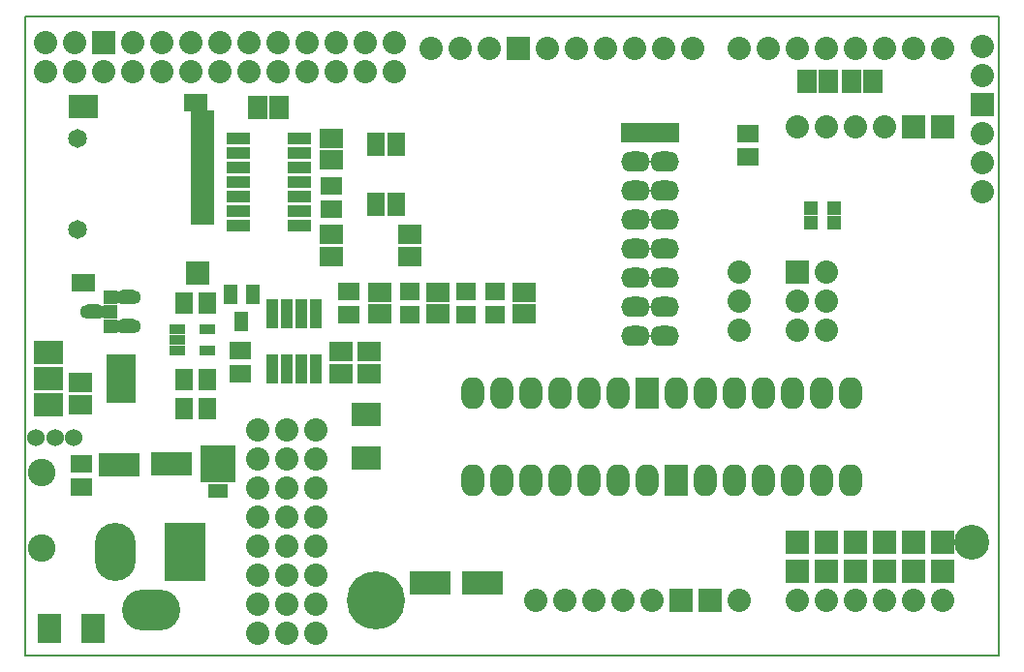
<source format=gts>
G04 #@! TF.FileFunction,Soldermask,Top*
%FSLAX46Y46*%
G04 Gerber Fmt 4.6, Leading zero omitted, Abs format (unit mm)*
G04 Created by KiCad (PCBNEW (2015-07-01 BZR 5850)-product) date Mon Jul 27 17:51:59 2015*
%MOMM*%
G01*
G04 APERTURE LIST*
%ADD10C,0.150000*%
%ADD11C,0.127000*%
%ADD12C,1.524000*%
%ADD13R,1.930400X1.574800*%
%ADD14R,1.574800X1.930400*%
%ADD15R,1.778000X1.524000*%
%ADD16R,1.270000X1.270000*%
%ADD17R,3.048000X3.175000*%
%ADD18R,1.778000X1.270000*%
%ADD19R,2.032000X2.540000*%
%ADD20R,2.540000X2.032000*%
%ADD21O,2.032000X2.794000*%
%ADD22R,2.032000X2.794000*%
%ADD23C,2.032000*%
%ADD24R,2.032000X2.032000*%
%ADD25R,2.540000X1.778000*%
%ADD26O,2.540000X1.778000*%
%ADD27O,3.556000X5.080000*%
%ADD28R,3.556000X5.080000*%
%ADD29O,5.080000X3.556000*%
%ADD30C,2.413000*%
%ADD31O,2.286000X1.270000*%
%ADD32R,1.308100X1.706880*%
%ADD33R,2.006600X1.808480*%
%ADD34R,1.808480X2.006600*%
%ADD35R,2.032000X1.270000*%
%ADD36R,2.032000X1.524000*%
%ADD37C,1.651000*%
%ADD38C,5.080000*%
%ADD39C,3.048000*%
%ADD40R,1.508760X2.009140*%
%ADD41R,1.371600X0.853440*%
%ADD42R,2.057400X1.008380*%
%ADD43R,2.540000X4.318000*%
%ADD44R,1.117600X2.540000*%
%ADD45R,3.556000X2.133600*%
G04 APERTURE END LIST*
D10*
D11*
X110490000Y-81280000D02*
X110490000Y-25400000D01*
X25400000Y-25400000D02*
X110490000Y-25400000D01*
X110490000Y-81280000D02*
X25400000Y-81280000D01*
X25400000Y-81280000D02*
X25400000Y-25400000D01*
D12*
X28003500Y-62230000D03*
X29654500Y-62230000D03*
X26352500Y-62242700D03*
D13*
X53721000Y-49466500D03*
X53721000Y-51498500D03*
D14*
X39306500Y-57213500D03*
X41338500Y-57213500D03*
X39306500Y-59753500D03*
X41338500Y-59753500D03*
X41338500Y-50482500D03*
X39306500Y-50482500D03*
D13*
X88582500Y-35687000D03*
X88582500Y-37719000D03*
X52197000Y-42291000D03*
X52197000Y-40259000D03*
X30289500Y-66611500D03*
X30289500Y-64579500D03*
X44196000Y-54673500D03*
X44196000Y-56705500D03*
D15*
X63944500Y-51498500D03*
X63944500Y-49466500D03*
X66484500Y-51498500D03*
X66484500Y-49466500D03*
D16*
X96075500Y-43434000D03*
X96075500Y-42227500D03*
X94043500Y-43434000D03*
X94043500Y-42227500D03*
D17*
X42291000Y-64579500D03*
D18*
X42291000Y-66929000D03*
D15*
X58991500Y-49466500D03*
X58991500Y-51498500D03*
D19*
X31305500Y-78930500D03*
X27495500Y-78930500D03*
D20*
X55181500Y-60261500D03*
X55181500Y-64071500D03*
D21*
X94996000Y-58356500D03*
X92456000Y-58356500D03*
X89916000Y-58356500D03*
X87376000Y-58356500D03*
X84836000Y-58356500D03*
X82296000Y-58356500D03*
D22*
X79756000Y-58356500D03*
D21*
X77216000Y-58356500D03*
X74676000Y-58356500D03*
X72136000Y-58356500D03*
X69596000Y-58356500D03*
X67056000Y-58356500D03*
X64516000Y-58356500D03*
X97536000Y-58356500D03*
X64516000Y-65976500D03*
X67056000Y-65976500D03*
X69596000Y-65976500D03*
X72136000Y-65976500D03*
X74676000Y-65976500D03*
X77216000Y-65976500D03*
X79756000Y-65976500D03*
D22*
X82296000Y-65976500D03*
D21*
X84836000Y-65976500D03*
X87376000Y-65976500D03*
X89916000Y-65976500D03*
X92456000Y-65976500D03*
X94996000Y-65976500D03*
X97536000Y-65976500D03*
D23*
X27178000Y-30226000D03*
X27178000Y-27686000D03*
X29718000Y-30226000D03*
X29718000Y-27686000D03*
X32258000Y-30226000D03*
D24*
X32258000Y-27686000D03*
D23*
X34798000Y-30226000D03*
X34798000Y-27686000D03*
X37338000Y-30226000D03*
X37338000Y-27686000D03*
X39878000Y-30226000D03*
X39878000Y-27686000D03*
X42418000Y-30226000D03*
X42418000Y-27686000D03*
X44958000Y-30226000D03*
X44958000Y-27686000D03*
X47498000Y-30226000D03*
X47498000Y-27686000D03*
X50038000Y-30226000D03*
X50038000Y-27686000D03*
X52578000Y-30226000D03*
X52578000Y-27686000D03*
X55118000Y-30226000D03*
X55118000Y-27686000D03*
X57658000Y-30226000D03*
X57658000Y-27686000D03*
D25*
X78740000Y-35560000D03*
D26*
X78740000Y-38100000D03*
X78740000Y-40640000D03*
X78740000Y-43180000D03*
X78740000Y-45720000D03*
X78740000Y-48260000D03*
X78740000Y-50800000D03*
X78740000Y-53340000D03*
D25*
X81280000Y-35560000D03*
D26*
X81280000Y-38100000D03*
X81280000Y-40640000D03*
X81280000Y-43180000D03*
X81280000Y-45720000D03*
X81280000Y-48260000D03*
X81280000Y-50800000D03*
X81280000Y-53340000D03*
D23*
X50800000Y-79375000D03*
X50800000Y-76835000D03*
X50800000Y-74295000D03*
X50800000Y-71755000D03*
X50800000Y-69215000D03*
X50800000Y-66675000D03*
X50800000Y-64135000D03*
X50800000Y-61595000D03*
X48260000Y-79375000D03*
X48260000Y-76835000D03*
X48260000Y-74295000D03*
X48260000Y-71755000D03*
X48260000Y-69215000D03*
X48260000Y-66675000D03*
X48260000Y-64135000D03*
X48260000Y-61595000D03*
X45720000Y-79375000D03*
X45720000Y-76835000D03*
X45720000Y-74295000D03*
X45720000Y-71755000D03*
X45720000Y-69215000D03*
X45720000Y-66675000D03*
X45720000Y-64135000D03*
X45720000Y-61595000D03*
X109093000Y-28067000D03*
X109093000Y-30607000D03*
D24*
X109093000Y-33147000D03*
D23*
X109093000Y-35687000D03*
X109093000Y-38227000D03*
X109093000Y-40767000D03*
D24*
X105600500Y-35052000D03*
X103060500Y-35052000D03*
D23*
X100520500Y-35052000D03*
X97980500Y-35052000D03*
X95440500Y-35052000D03*
X92900500Y-35052000D03*
X95440500Y-52832000D03*
X92900500Y-52832000D03*
X95440500Y-50292000D03*
X92900500Y-50292000D03*
X95440500Y-47752000D03*
D24*
X92900500Y-47752000D03*
D27*
X33274000Y-72263000D03*
D28*
X39370000Y-72263000D03*
D29*
X36449000Y-77343000D03*
D30*
X26860500Y-71882000D03*
X26860500Y-65278000D03*
D23*
X87820500Y-47752000D03*
X87820500Y-50292000D03*
X87820500Y-52832000D03*
D24*
X105600500Y-73977500D03*
X103060500Y-73977500D03*
X100520500Y-73977500D03*
X97980500Y-73977500D03*
X95440500Y-73977500D03*
X92900500Y-73977500D03*
X105600500Y-71437500D03*
X103060500Y-71437500D03*
X100520500Y-71437500D03*
X97980500Y-71437500D03*
X95440500Y-71437500D03*
X92900500Y-71437500D03*
D31*
X34417000Y-49974500D03*
X34417000Y-52514500D03*
X31369000Y-51244500D03*
D16*
X32893000Y-52514500D03*
X32893000Y-51244500D03*
X32893000Y-49974500D03*
D32*
X45275500Y-49720500D03*
X44323000Y-52133500D03*
X43370500Y-49720500D03*
D33*
X52197000Y-46418500D03*
X52197000Y-44513500D03*
X52197000Y-37973000D03*
X52197000Y-36068000D03*
X61468000Y-49530000D03*
X61468000Y-51435000D03*
D34*
X47625000Y-33401000D03*
X45720000Y-33401000D03*
D33*
X58991500Y-46418500D03*
X58991500Y-44513500D03*
X69024500Y-49530000D03*
X69024500Y-51435000D03*
X53022500Y-54737000D03*
X53022500Y-56642000D03*
X55499000Y-56642000D03*
X55499000Y-54737000D03*
X56388000Y-49530000D03*
X56388000Y-51435000D03*
X30226000Y-59372500D03*
X30226000Y-57467500D03*
D34*
X93726000Y-31115000D03*
X95631000Y-31115000D03*
X97599500Y-31115000D03*
X99504500Y-31115000D03*
D35*
X40894000Y-38671500D03*
X40894000Y-37571680D03*
X40894000Y-36471860D03*
X40894000Y-35372040D03*
X40894000Y-34272220D03*
X40894000Y-39771320D03*
X40894000Y-40871140D03*
X40894000Y-41970960D03*
X40894000Y-43070780D03*
D36*
X40294560Y-32926020D03*
D20*
X30520640Y-33271460D03*
D36*
X30520640Y-48671480D03*
D24*
X40502840Y-47853600D03*
D37*
X29972000Y-36068000D03*
X29972000Y-44069000D03*
D23*
X105600500Y-76517500D03*
X103060500Y-76517500D03*
X100520500Y-76517500D03*
X92900500Y-76517500D03*
X95440500Y-76517500D03*
X97980500Y-76517500D03*
X87820500Y-76517500D03*
D24*
X85280500Y-76517500D03*
X82740500Y-76517500D03*
D23*
X77660500Y-76517500D03*
X75120500Y-76517500D03*
X105600500Y-28257500D03*
X103060500Y-28257500D03*
X100520500Y-28257500D03*
X97980500Y-28257500D03*
X95440500Y-28257500D03*
X92900500Y-28257500D03*
X90360500Y-28257500D03*
X87820500Y-28257500D03*
X83756500Y-28257500D03*
X81216500Y-28257500D03*
X78676500Y-28257500D03*
X76136500Y-28257500D03*
X73596500Y-28257500D03*
X71056500Y-28257500D03*
D24*
X68516500Y-28257500D03*
D23*
X65976500Y-28257500D03*
X80200500Y-76517500D03*
D38*
X56070500Y-76517500D03*
D39*
X108140500Y-71437500D03*
D23*
X72580500Y-76517500D03*
X70040500Y-76517500D03*
X63436500Y-28257500D03*
X60896500Y-28257500D03*
D40*
X56070500Y-36639500D03*
X56070500Y-41846500D03*
X57848500Y-41846500D03*
X57848500Y-36639500D03*
D41*
X38671500Y-52768500D03*
X38671500Y-54673500D03*
X38671500Y-53721000D03*
X41338500Y-54673500D03*
X41338500Y-52768500D03*
D42*
X44005500Y-36131500D03*
X44005500Y-37401500D03*
X44005500Y-38671500D03*
X44005500Y-39941500D03*
X44005500Y-41211500D03*
X44005500Y-42481500D03*
X44005500Y-43751500D03*
X49339500Y-43751500D03*
X49339500Y-42481500D03*
X49339500Y-41211500D03*
X49339500Y-39941500D03*
X49339500Y-38671500D03*
X49339500Y-37401500D03*
X49339500Y-36131500D03*
D43*
X33782000Y-57086500D03*
D20*
X27432000Y-57086500D03*
X27432000Y-59372500D03*
X27432000Y-54800500D03*
D44*
X46990000Y-51435000D03*
X46990000Y-56261000D03*
X48260000Y-51435000D03*
X49530000Y-51435000D03*
X50800000Y-51435000D03*
X48260000Y-56261000D03*
X49530000Y-56261000D03*
X50800000Y-56261000D03*
D45*
X60769500Y-74993500D03*
X65341500Y-74930000D03*
X38163500Y-64579500D03*
X33591500Y-64643000D03*
M02*

</source>
